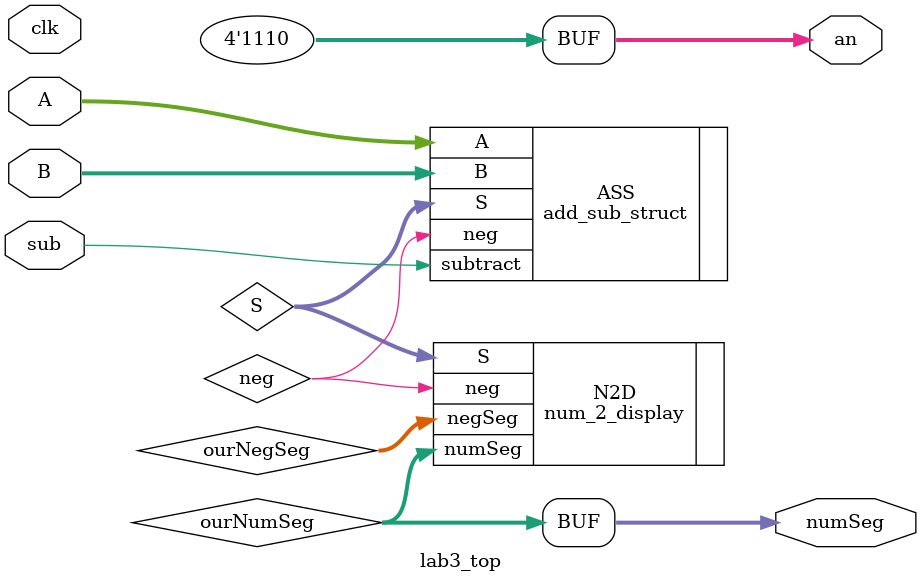
<source format=sv>
`timescale 1ns / 1ps


module lab3_top(
    input clk,
    input [3:0] A,
    input [3:0] B,
    input sub,
    output reg [6:0] numSeg,
    output reg [3:0] an
    );
    
    logic [4:0] S;
    logic [6:0] ourNumSeg, ourNegSeg;
    logic neg;
    
    add_sub_struct ASS(
        .A(A),
        .B(B),
        .subtract(sub),
        .S(S),
        .neg(neg));
    
    num_2_display N2D(
        .S(S),
        .neg(neg),
        .numSeg(ourNumSeg),
        .negSeg(ourNegSeg));
        
    assign an = 4'b1110;
    assign numSeg = ourNumSeg;
        
//    bit displayRightDigit = 1'b0;
        
//    always @ (posedge clk) begin // run this on the rising edge of the clk signal given by the basys 3 board
//        if(displayRightDigit) begin
//            an = 4'b1110; // Turn on specific displays (remember, on when LOW)
//            numSeg = ourNumSeg;
//        end
//        else begin
//            an = 4'b1101;
//            numSeg = ourNegSeg;
//        end
//        displayRightDigit = ~displayRightDigit;
//    end
        
    
endmodule

</source>
